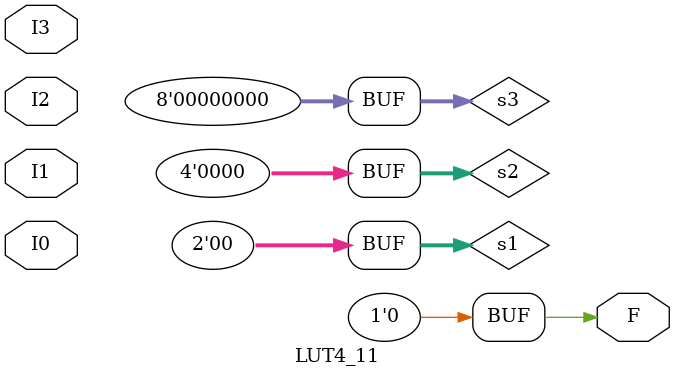
<source format=v>
module LUT4_11(output F, input I0, I1, I2, I3);
	parameter [15:0] INIT = 0;
	wire [ 7: 0] s3 = I3 ? INIT[15: 8] : INIT[ 7: 0];
	wire [ 3: 0] s2 = I2 ?   s3[ 7: 4] :   s3[ 3: 0];
	wire [ 1: 0] s1 = I1 ?   s2[ 3: 2] :   s2[ 1: 0];
	assign F = I0 ? s1[1] : s1[0];
endmodule
</source>
